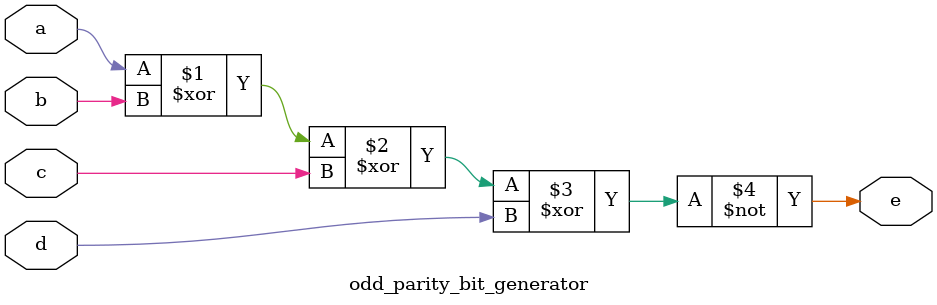
<source format=v>
`timescale 1ns / 1ps


module odd_parity_bit_generator(
    input a, b, c, d,
    output e
    );
    assign e = ~(a^b^c^d);
endmodule

</source>
